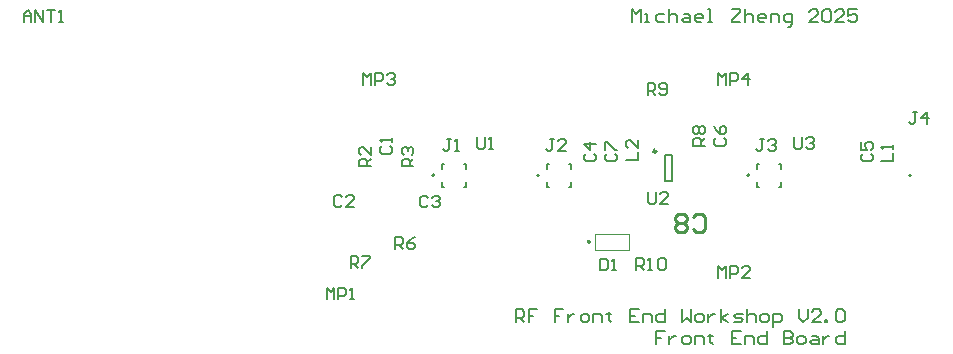
<source format=gbr>
G04*
G04 #@! TF.GenerationSoftware,Altium Limited,Altium Designer,24.9.1 (31)*
G04*
G04 Layer_Color=65535*
%FSLAX25Y25*%
%MOIN*%
G70*
G04*
G04 #@! TF.SameCoordinates,BE83DA22-E0C5-4DDF-BF2C-7847B46FCBB1*
G04*
G04*
G04 #@! TF.FilePolarity,Positive*
G04*
G01*
G75*
%ADD10C,0.00787*%
%ADD11C,0.00984*%
%ADD12C,0.01000*%
%ADD13C,0.00500*%
%ADD14C,0.00394*%
%ADD15C,0.00602*%
D10*
X167635Y59055D02*
G03*
X167635Y59055I-394J0D01*
G01*
X272638D02*
G03*
X272638Y59055I-394J0D01*
G01*
X326575D02*
G03*
X326575Y59055I-394J0D01*
G01*
X202582Y59055D02*
G03*
X202582Y59055I-394J0D01*
G01*
X244303Y57284D02*
Y65945D01*
X246665Y57284D02*
Y65945D01*
X244303D02*
X246665D01*
X244303Y57284D02*
X246665D01*
X233465Y110105D02*
Y114434D01*
X234908Y112991D01*
X236351Y114434D01*
Y110105D01*
X237794D02*
X239237D01*
X238515D01*
Y112991D01*
X237794D01*
X244288D02*
X242123D01*
X241402Y112269D01*
Y110826D01*
X242123Y110105D01*
X244288D01*
X245731Y114434D02*
Y110105D01*
Y112269D01*
X246452Y112991D01*
X247896D01*
X248617Y112269D01*
Y110105D01*
X250782Y112991D02*
X252225D01*
X252946Y112269D01*
Y110105D01*
X250782D01*
X250060Y110826D01*
X250782Y111548D01*
X252946D01*
X256554Y110105D02*
X255111D01*
X254390Y110826D01*
Y112269D01*
X255111Y112991D01*
X256554D01*
X257276Y112269D01*
Y111548D01*
X254390D01*
X258719Y110105D02*
X260162D01*
X259440D01*
Y114434D01*
X258719D01*
X266656D02*
X269542D01*
Y113712D01*
X266656Y110826D01*
Y110105D01*
X269542D01*
X270985Y114434D02*
Y110105D01*
Y112269D01*
X271707Y112991D01*
X273150D01*
X273871Y112269D01*
Y110105D01*
X277479D02*
X276036D01*
X275315Y110826D01*
Y112269D01*
X276036Y112991D01*
X277479D01*
X278201Y112269D01*
Y111548D01*
X275315D01*
X279644Y110105D02*
Y112991D01*
X281808D01*
X282530Y112269D01*
Y110105D01*
X285416Y108661D02*
X286138D01*
X286859Y109383D01*
Y112991D01*
X284695D01*
X283973Y112269D01*
Y110826D01*
X284695Y110105D01*
X286859D01*
X295518D02*
X292632D01*
X295518Y112991D01*
Y113712D01*
X294796Y114434D01*
X293353D01*
X292632Y113712D01*
X296961D02*
X297683Y114434D01*
X299126D01*
X299847Y113712D01*
Y110826D01*
X299126Y110105D01*
X297683D01*
X296961Y110826D01*
Y113712D01*
X304177Y110105D02*
X301290D01*
X304177Y112991D01*
Y113712D01*
X303455Y114434D01*
X302012D01*
X301290Y113712D01*
X308506Y114434D02*
X305620D01*
Y112269D01*
X307063Y112991D01*
X307784D01*
X308506Y112269D01*
Y110826D01*
X307784Y110105D01*
X306341D01*
X305620Y110826D01*
X244442Y7085D02*
X241556D01*
Y4921D01*
X242999D01*
X241556D01*
Y2756D01*
X245885Y5642D02*
Y2756D01*
Y4199D01*
X246607Y4921D01*
X247328Y5642D01*
X248050D01*
X250936Y2756D02*
X252379D01*
X253100Y3478D01*
Y4921D01*
X252379Y5642D01*
X250936D01*
X250214Y4921D01*
Y3478D01*
X250936Y2756D01*
X254544D02*
Y5642D01*
X256708D01*
X257430Y4921D01*
Y2756D01*
X259594Y6364D02*
Y5642D01*
X258873D01*
X260316D01*
X259594D01*
Y3478D01*
X260316Y2756D01*
X269696Y7085D02*
X266810D01*
Y2756D01*
X269696D01*
X266810Y4921D02*
X268253D01*
X271139Y2756D02*
Y5642D01*
X273304D01*
X274026Y4921D01*
Y2756D01*
X278355Y7085D02*
Y2756D01*
X276190D01*
X275469Y3478D01*
Y4921D01*
X276190Y5642D01*
X278355D01*
X284127Y7085D02*
Y2756D01*
X286292D01*
X287014Y3478D01*
Y4199D01*
X286292Y4921D01*
X284127D01*
X286292D01*
X287014Y5642D01*
Y6364D01*
X286292Y7085D01*
X284127D01*
X289178Y2756D02*
X290621D01*
X291343Y3478D01*
Y4921D01*
X290621Y5642D01*
X289178D01*
X288457Y4921D01*
Y3478D01*
X289178Y2756D01*
X293507Y5642D02*
X294951D01*
X295672Y4921D01*
Y2756D01*
X293507D01*
X292786Y3478D01*
X293507Y4199D01*
X295672D01*
X297115Y5642D02*
Y2756D01*
Y4199D01*
X297837Y4921D01*
X298558Y5642D01*
X299280D01*
X304331Y7085D02*
Y2756D01*
X302166D01*
X301445Y3478D01*
Y4921D01*
X302166Y5642D01*
X304331D01*
X194655Y10104D02*
Y14434D01*
X196819D01*
X197541Y13712D01*
Y12269D01*
X196819Y11548D01*
X194655D01*
X196098D02*
X197541Y10104D01*
X201870Y14434D02*
X198984D01*
Y12269D01*
X200427D01*
X198984D01*
Y10104D01*
X210529Y14434D02*
X207643D01*
Y12269D01*
X209086D01*
X207643D01*
Y10104D01*
X211972Y12991D02*
Y10104D01*
Y11548D01*
X212694Y12269D01*
X213415Y12991D01*
X214137D01*
X217023Y10104D02*
X218466D01*
X219188Y10826D01*
Y12269D01*
X218466Y12991D01*
X217023D01*
X216301Y12269D01*
Y10826D01*
X217023Y10104D01*
X220631D02*
Y12991D01*
X222795D01*
X223517Y12269D01*
Y10104D01*
X225682Y13712D02*
Y12991D01*
X224960D01*
X226403D01*
X225682D01*
Y10826D01*
X226403Y10104D01*
X235783Y14434D02*
X232897D01*
Y10104D01*
X235783D01*
X232897Y12269D02*
X234340D01*
X237226Y10104D02*
Y12991D01*
X239391D01*
X240113Y12269D01*
Y10104D01*
X244442Y14434D02*
Y10104D01*
X242277D01*
X241556Y10826D01*
Y12269D01*
X242277Y12991D01*
X244442D01*
X250214Y14434D02*
Y10104D01*
X251657Y11548D01*
X253100Y10104D01*
Y14434D01*
X255265Y10104D02*
X256708D01*
X257430Y10826D01*
Y12269D01*
X256708Y12991D01*
X255265D01*
X254544Y12269D01*
Y10826D01*
X255265Y10104D01*
X258873Y12991D02*
Y10104D01*
Y11548D01*
X259594Y12269D01*
X260316Y12991D01*
X261038D01*
X263202Y10104D02*
Y14434D01*
Y11548D02*
X265367Y12991D01*
X263202Y11548D02*
X265367Y10104D01*
X267532D02*
X269696D01*
X270418Y10826D01*
X269696Y11548D01*
X268253D01*
X267532Y12269D01*
X268253Y12991D01*
X270418D01*
X271861Y14434D02*
Y10104D01*
Y12269D01*
X272582Y12991D01*
X274026D01*
X274747Y12269D01*
Y10104D01*
X276912D02*
X278355D01*
X279076Y10826D01*
Y12269D01*
X278355Y12991D01*
X276912D01*
X276190Y12269D01*
Y10826D01*
X276912Y10104D01*
X280520Y8661D02*
Y12991D01*
X282684D01*
X283406Y12269D01*
Y10826D01*
X282684Y10104D01*
X280520D01*
X289178Y14434D02*
Y11548D01*
X290621Y10104D01*
X292064Y11548D01*
Y14434D01*
X296394Y10104D02*
X293507D01*
X296394Y12991D01*
Y13712D01*
X295672Y14434D01*
X294229D01*
X293507Y13712D01*
X297837Y10104D02*
Y10826D01*
X298558D01*
Y10104D01*
X297837D01*
X301445Y13712D02*
X302166Y14434D01*
X303609D01*
X304331Y13712D01*
Y10826D01*
X303609Y10104D01*
X302166D01*
X301445Y10826D01*
Y13712D01*
D11*
X241547Y67126D02*
G03*
X241547Y67126I-492J0D01*
G01*
D12*
X219314Y36957D02*
G03*
X219314Y36957I-278J0D01*
G01*
X253807Y41314D02*
X254807Y40314D01*
X256806D01*
X257806Y41314D01*
Y45312D01*
X256806Y46312D01*
X254807D01*
X253807Y45312D01*
X251808Y41314D02*
X250808Y40314D01*
X248809D01*
X247809Y41314D01*
Y42314D01*
X248809Y43313D01*
X247809Y44313D01*
Y45312D01*
X248809Y46312D01*
X250808D01*
X251808Y45312D01*
Y44313D01*
X250808Y43313D01*
X251808Y42314D01*
Y41314D01*
X250808Y43313D02*
X248809D01*
D13*
X170194Y61276D02*
Y62992D01*
X170710D01*
X177552D02*
X178068D01*
Y61276D02*
Y62992D01*
Y55118D02*
Y56835D01*
X177552Y55118D02*
X178068D01*
X170194D02*
X170710D01*
X170194D02*
Y56835D01*
X275197Y55118D02*
Y56835D01*
Y55118D02*
X275713D01*
X282555D02*
X283071D01*
Y56835D01*
Y61276D02*
Y62992D01*
X282555D02*
X283071D01*
X275197D02*
X275713D01*
X275197Y61276D02*
Y62992D01*
X205141Y61276D02*
Y62992D01*
X205657D01*
X212499D02*
X213015D01*
Y61276D02*
Y62992D01*
Y55118D02*
Y56835D01*
X212499Y55118D02*
X213015D01*
X205141D02*
X205657D01*
X205141D02*
Y56835D01*
D14*
X221201Y34201D02*
X232618D01*
Y39713D01*
X221201D02*
X232618D01*
X221201Y34201D02*
Y39713D01*
D15*
X173089Y71162D02*
X171777D01*
X172433D01*
Y67882D01*
X171777Y67226D01*
X171121D01*
X170465Y67882D01*
X174401Y67226D02*
X175713D01*
X175057D01*
Y71162D01*
X174401Y70506D01*
X207389Y71162D02*
X206077D01*
X206733D01*
Y67882D01*
X206077Y67226D01*
X205421D01*
X204765Y67882D01*
X211325Y67226D02*
X208701D01*
X211325Y69850D01*
Y70506D01*
X210669Y71162D01*
X209357D01*
X208701Y70506D01*
X257865Y68926D02*
X253930D01*
Y70894D01*
X254586Y71550D01*
X255897D01*
X256553Y70894D01*
Y68926D01*
Y70238D02*
X257865Y71550D01*
X254586Y72862D02*
X253930Y73518D01*
Y74830D01*
X254586Y75485D01*
X255241D01*
X255897Y74830D01*
X256553Y75485D01*
X257209D01*
X257865Y74830D01*
Y73518D01*
X257209Y72862D01*
X256553D01*
X255897Y73518D01*
X255241Y72862D01*
X254586D01*
X255897Y73518D02*
Y74830D01*
X231430Y64226D02*
X235365D01*
Y66850D01*
Y70785D02*
Y68162D01*
X232742Y70785D01*
X232086D01*
X231430Y70130D01*
Y68818D01*
X232086Y68162D01*
X225086Y66350D02*
X224430Y65694D01*
Y64382D01*
X225086Y63726D01*
X227709D01*
X228365Y64382D01*
Y65694D01*
X227709Y66350D01*
X224430Y67662D02*
Y70285D01*
X225086D01*
X227709Y67662D01*
X228365D01*
X261486Y71450D02*
X260830Y70794D01*
Y69482D01*
X261486Y68826D01*
X264109D01*
X264765Y69482D01*
Y70794D01*
X264109Y71450D01*
X260830Y75385D02*
X261486Y74074D01*
X262797Y72762D01*
X264109D01*
X264765Y73418D01*
Y74730D01*
X264109Y75385D01*
X263454D01*
X262797Y74730D01*
Y72762D01*
X218186Y66350D02*
X217530Y65694D01*
Y64382D01*
X218186Y63726D01*
X220809D01*
X221465Y64382D01*
Y65694D01*
X220809Y66350D01*
X221465Y69630D02*
X217530D01*
X219497Y67662D01*
Y70285D01*
X139634Y28347D02*
Y32283D01*
X141602D01*
X142257Y31627D01*
Y30315D01*
X141602Y29659D01*
X139634D01*
X140945D02*
X142257Y28347D01*
X143569Y32283D02*
X146193D01*
Y31627D01*
X143569Y29003D01*
Y28347D01*
X238865Y53562D02*
Y50282D01*
X239521Y49626D01*
X240833D01*
X241489Y50282D01*
Y53562D01*
X245425Y49626D02*
X242801D01*
X245425Y52250D01*
Y52906D01*
X244769Y53562D01*
X243457D01*
X242801Y52906D01*
X287465Y71962D02*
Y68682D01*
X288121Y68026D01*
X289433D01*
X290089Y68682D01*
Y71962D01*
X291401Y71306D02*
X292057Y71962D01*
X293369D01*
X294025Y71306D01*
Y70650D01*
X293369Y69994D01*
X292713D01*
X293369D01*
X294025Y69338D01*
Y68682D01*
X293369Y68026D01*
X292057D01*
X291401Y68682D01*
X181865Y71962D02*
Y68682D01*
X182521Y68026D01*
X183833D01*
X184489Y68682D01*
Y71962D01*
X185801Y68026D02*
X187113D01*
X186457D01*
Y71962D01*
X185801Y71306D01*
X234965Y27526D02*
Y31462D01*
X236933D01*
X237589Y30806D01*
Y29494D01*
X236933Y28838D01*
X234965D01*
X236277D02*
X237589Y27526D01*
X238901D02*
X240213D01*
X239557D01*
Y31462D01*
X238901Y30806D01*
X242181D02*
X242837Y31462D01*
X244149D01*
X244805Y30806D01*
Y28182D01*
X244149Y27526D01*
X242837D01*
X242181Y28182D01*
Y30806D01*
X238665Y85826D02*
Y89762D01*
X240633D01*
X241289Y89106D01*
Y87794D01*
X240633Y87138D01*
X238665D01*
X239977D02*
X241289Y85826D01*
X242601Y86482D02*
X243257Y85826D01*
X244569D01*
X245225Y86482D01*
Y89106D01*
X244569Y89762D01*
X243257D01*
X242601Y89106D01*
Y88450D01*
X243257Y87794D01*
X245225D01*
X154594Y34646D02*
Y38582D01*
X156562D01*
X157218Y37926D01*
Y36614D01*
X156562Y35958D01*
X154594D01*
X155906D02*
X157218Y34646D01*
X161154Y38582D02*
X159842Y37926D01*
X158530Y36614D01*
Y35302D01*
X159186Y34646D01*
X160498D01*
X161154Y35302D01*
Y35958D01*
X160498Y36614D01*
X158530D01*
X160629Y62075D02*
X156693D01*
Y64042D01*
X157350Y64698D01*
X158661D01*
X159317Y64042D01*
Y62075D01*
Y63386D02*
X160629Y64698D01*
X157350Y66010D02*
X156693Y66666D01*
Y67978D01*
X157350Y68634D01*
X158005D01*
X158661Y67978D01*
Y67322D01*
Y67978D01*
X159317Y68634D01*
X159973D01*
X160629Y67978D01*
Y66666D01*
X159973Y66010D01*
X146456Y62075D02*
X142520D01*
Y64042D01*
X143176Y64698D01*
X144488D01*
X145144Y64042D01*
Y62075D01*
Y63386D02*
X146456Y64698D01*
Y68634D02*
Y66010D01*
X143832Y68634D01*
X143176D01*
X142520Y67978D01*
Y66666D01*
X143176Y66010D01*
X262165Y89226D02*
Y93162D01*
X263477Y91850D01*
X264789Y93162D01*
Y89226D01*
X266101D02*
Y93162D01*
X268069D01*
X268725Y92506D01*
Y91194D01*
X268069Y90538D01*
X266101D01*
X272005Y89226D02*
Y93162D01*
X270037Y91194D01*
X272661D01*
X143965Y89226D02*
Y93162D01*
X145277Y91850D01*
X146589Y93162D01*
Y89226D01*
X147901D02*
Y93162D01*
X149869D01*
X150525Y92506D01*
Y91194D01*
X149869Y90538D01*
X147901D01*
X151837Y92506D02*
X152493Y93162D01*
X153805D01*
X154461Y92506D01*
Y91850D01*
X153805Y91194D01*
X153149D01*
X153805D01*
X154461Y90538D01*
Y89882D01*
X153805Y89226D01*
X152493D01*
X151837Y89882D01*
X262165Y24926D02*
Y28862D01*
X263477Y27550D01*
X264789Y28862D01*
Y24926D01*
X266101D02*
Y28862D01*
X268069D01*
X268725Y28206D01*
Y26894D01*
X268069Y26238D01*
X266101D01*
X272661Y24926D02*
X270037D01*
X272661Y27550D01*
Y28206D01*
X272005Y28862D01*
X270693D01*
X270037Y28206D01*
X131665Y17726D02*
Y21662D01*
X132977Y20350D01*
X134289Y21662D01*
Y17726D01*
X135601D02*
Y21662D01*
X137569D01*
X138225Y21006D01*
Y19694D01*
X137569Y19038D01*
X135601D01*
X139537Y17726D02*
X140849D01*
X140193D01*
Y21662D01*
X139537Y21006D01*
X316530Y63826D02*
X320465D01*
Y66450D01*
Y67762D02*
Y69074D01*
Y68418D01*
X316530D01*
X317186Y67762D01*
X328589Y80262D02*
X327277D01*
X327933D01*
Y76982D01*
X327277Y76326D01*
X326621D01*
X325965Y76982D01*
X331869Y76326D02*
Y80262D01*
X329901Y78294D01*
X332525D01*
X277489Y71162D02*
X276177D01*
X276833D01*
Y67882D01*
X276177Y67226D01*
X275521D01*
X274865Y67882D01*
X278801Y70506D02*
X279457Y71162D01*
X280769D01*
X281425Y70506D01*
Y69850D01*
X280769Y69194D01*
X280113D01*
X280769D01*
X281425Y68538D01*
Y67882D01*
X280769Y67226D01*
X279457D01*
X278801Y67882D01*
X222865Y31362D02*
Y27426D01*
X224833D01*
X225489Y28082D01*
Y30706D01*
X224833Y31362D01*
X222865D01*
X226801Y27426D02*
X228113D01*
X227457D01*
Y31362D01*
X226801Y30706D01*
X310486Y66350D02*
X309830Y65694D01*
Y64382D01*
X310486Y63726D01*
X313109D01*
X313765Y64382D01*
Y65694D01*
X313109Y66350D01*
X309830Y70285D02*
Y67662D01*
X311797D01*
X311141Y68974D01*
Y69630D01*
X311797Y70285D01*
X313109D01*
X313765Y69630D01*
Y68318D01*
X313109Y67662D01*
X165486Y51706D02*
X164830Y52362D01*
X163518D01*
X162862Y51706D01*
Y49082D01*
X163518Y48426D01*
X164830D01*
X165486Y49082D01*
X166798Y51706D02*
X167454Y52362D01*
X168766D01*
X169422Y51706D01*
Y51050D01*
X168766Y50394D01*
X168110D01*
X168766D01*
X169422Y49738D01*
Y49082D01*
X168766Y48426D01*
X167454D01*
X166798Y49082D01*
X136735Y51727D02*
X136069Y52393D01*
X134736D01*
X134069Y51727D01*
Y49061D01*
X134736Y48394D01*
X136069D01*
X136735Y49061D01*
X140734Y48394D02*
X138068D01*
X140734Y51060D01*
Y51727D01*
X140067Y52393D01*
X138734D01*
X138068Y51727D01*
X150263Y68898D02*
X149607Y68242D01*
Y66930D01*
X150263Y66274D01*
X152887D01*
X153543Y66930D01*
Y68242D01*
X152887Y68898D01*
X153543Y70210D02*
Y71522D01*
Y70865D01*
X149607D01*
X150263Y70210D01*
X30665Y110326D02*
Y112950D01*
X31977Y114262D01*
X33289Y112950D01*
Y110326D01*
Y112294D01*
X30665D01*
X34601Y110326D02*
Y114262D01*
X37225Y110326D01*
Y114262D01*
X38537D02*
X41161D01*
X39849D01*
Y110326D01*
X42473D02*
X43784D01*
X43128D01*
Y114262D01*
X42473Y113606D01*
M02*

</source>
